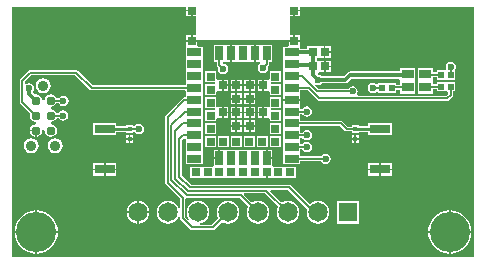
<source format=gtl>
G04*
G04 #@! TF.GenerationSoftware,Altium Limited,Altium Designer,21.6.4 (81)*
G04*
G04 Layer_Physical_Order=1*
G04 Layer_Color=255*
%FSLAX44Y44*%
%MOMM*%
G71*
G04*
G04 #@! TF.SameCoordinates,2C076353-3E30-4277-8679-B38F3AF88BA9*
G04*
G04*
G04 #@! TF.FilePolarity,Positive*
G04*
G01*
G75*
%ADD10C,0.2540*%
%ADD15R,0.7800X0.7400*%
%ADD16R,0.3500X0.3600*%
%ADD17R,0.5200X0.5500*%
%ADD18R,1.7000X0.8000*%
%ADD20R,0.7000X0.7000*%
%ADD21R,1.1500X0.7000*%
%ADD22R,0.7000X1.1500*%
%ADD23R,0.7000X0.7000*%
%ADD24R,1.0000X0.8000*%
%ADD39C,0.7900*%
%ADD40C,0.1520*%
%ADD41C,0.3500*%
%ADD42C,3.4000*%
%ADD43C,1.6500*%
%ADD44R,1.6500X1.6500*%
%ADD45C,0.9000*%
%ADD46C,0.6000*%
G36*
X395922Y4078D02*
X4078Y4078D01*
Y215922D01*
X151730D01*
Y213262D01*
X156500D01*
Y212500D01*
X157262D01*
Y207730D01*
X160000D01*
Y191770D01*
X157262D01*
Y187762D01*
X161270D01*
Y188000D01*
X238730D01*
Y187762D01*
X242738D01*
Y191770D01*
X240000D01*
Y207730D01*
X242738D01*
Y212500D01*
X243500D01*
Y213262D01*
X248270D01*
Y215922D01*
X395922D01*
Y4078D01*
D02*
G37*
%LPC*%
G36*
X248270Y211738D02*
X244262D01*
Y207730D01*
X248270D01*
Y211738D01*
D02*
G37*
G36*
X155738Y211738D02*
X151730D01*
Y207730D01*
X155738D01*
Y211738D01*
D02*
G37*
G36*
X248270Y191770D02*
X244262D01*
Y187762D01*
X248270D01*
Y191770D01*
D02*
G37*
G36*
X155738D02*
X151730D01*
Y187762D01*
X155738D01*
Y191770D01*
D02*
G37*
G36*
X215230Y183270D02*
X213960Y183270D01*
X210762D01*
Y176250D01*
Y169230D01*
X214395Y169230D01*
X214538Y169016D01*
X214188Y167257D01*
X213922Y167078D01*
X212978Y165666D01*
X212646Y164000D01*
X212978Y162334D01*
X213922Y160921D01*
X215334Y159978D01*
X217000Y159646D01*
X218666Y159978D01*
X220079Y160921D01*
X221022Y162334D01*
X221354Y164000D01*
X221117Y165190D01*
X221464Y165536D01*
X221912Y166208D01*
X222070Y167000D01*
Y169230D01*
X224770D01*
Y183270D01*
X215230Y183270D01*
D02*
G37*
G36*
X205230D02*
X203960Y183270D01*
X196040D01*
X195230Y183270D01*
X193960Y183270D01*
X190762D01*
Y176250D01*
Y169230D01*
X193960D01*
X194770Y169230D01*
X196040Y169230D01*
X203960D01*
X204770Y169230D01*
X206040Y169230D01*
X209238D01*
Y176250D01*
Y183270D01*
X206040D01*
X205230Y183270D01*
D02*
G37*
G36*
X274236Y182156D02*
X269828D01*
Y177948D01*
X274236D01*
Y182156D01*
D02*
G37*
G36*
Y176424D02*
X269828D01*
Y172216D01*
X274236D01*
Y176424D01*
D02*
G37*
G36*
X185230Y183270D02*
X183960Y183270D01*
X175230D01*
Y169230D01*
X177930D01*
Y166000D01*
X178088Y165208D01*
X178536Y164536D01*
X178883Y164190D01*
X178646Y163000D01*
X178978Y161334D01*
X179921Y159922D01*
X181334Y158978D01*
X183000Y158646D01*
X184666Y158978D01*
X186078Y159922D01*
X187022Y161334D01*
X187354Y163000D01*
X187022Y164666D01*
X186078Y166078D01*
X184666Y167022D01*
X183000Y167354D01*
X182789Y167527D01*
X182770Y169032D01*
X182968Y169230D01*
X184770Y169230D01*
X186040Y169230D01*
X189238D01*
Y176250D01*
Y183270D01*
X186040D01*
X185230Y183270D01*
D02*
G37*
G36*
X274336Y170156D02*
X269928D01*
Y165948D01*
X274336D01*
Y170156D01*
D02*
G37*
G36*
X248270Y186238D02*
X243500D01*
X238730D01*
X238730Y182230D01*
X237651Y181770D01*
X234230D01*
Y172230D01*
X234230D01*
Y171770D01*
X234230D01*
Y163040D01*
X234230Y162230D01*
X234230Y160960D01*
Y152230D01*
X234230D01*
Y151770D01*
X234230D01*
Y143040D01*
X234230Y142230D01*
X234230Y140960D01*
Y137762D01*
X241250D01*
X248270D01*
Y140960D01*
X248270Y141770D01*
X248270Y143040D01*
Y144930D01*
X254844D01*
X263117Y136656D01*
X263789Y136208D01*
X264581Y136050D01*
X373120D01*
X373912Y136208D01*
X374584Y136656D01*
X377464Y139537D01*
X377912Y140208D01*
X378070Y141000D01*
Y143980D01*
X379870D01*
Y152020D01*
X373140D01*
X372130Y152020D01*
X370860Y152020D01*
X364130D01*
Y150070D01*
X361668D01*
X360770Y150968D01*
X360770Y152770D01*
X360770Y154040D01*
Y155930D01*
X364130D01*
Y153980D01*
X370860D01*
X371870Y153980D01*
X373140Y153980D01*
X379870D01*
Y162020D01*
X379870D01*
X379548Y162623D01*
X380022Y163334D01*
X380354Y165000D01*
X380022Y166666D01*
X379078Y168078D01*
X377666Y169022D01*
X376000Y169354D01*
X374334Y169022D01*
X372921Y168078D01*
X371978Y166666D01*
X371646Y165000D01*
X371978Y163334D01*
X372060Y163211D01*
X371328Y162020D01*
X370860Y162020D01*
X364130D01*
Y160070D01*
X360770D01*
Y163770D01*
X348230D01*
Y154040D01*
X348230Y153230D01*
X348230Y151960D01*
Y142230D01*
X360770D01*
Y145930D01*
X364130D01*
Y143980D01*
X370860D01*
X371870Y143980D01*
X373032Y143980D01*
X373898Y143114D01*
Y141825D01*
X372263Y140190D01*
X297007D01*
X296350Y141460D01*
X296934Y142334D01*
X297265Y144000D01*
X296934Y145666D01*
X295990Y147079D01*
X294578Y148022D01*
X292911Y148354D01*
X291245Y148022D01*
X289833Y147079D01*
X289159Y146070D01*
X263857D01*
X260681Y149247D01*
X261490Y150233D01*
X261986Y149902D01*
X263652Y149570D01*
X265318Y149902D01*
X266730Y150845D01*
X286766D01*
X287944Y151079D01*
X288943Y151747D01*
X292117Y154921D01*
X332332D01*
X333230Y154023D01*
Y153230D01*
X333230Y151960D01*
Y149570D01*
X329870D01*
Y151020D01*
X323140D01*
X322130Y151020D01*
X320860Y151020D01*
X314130D01*
Y150787D01*
X313663Y150473D01*
X312860Y150225D01*
X311666Y151022D01*
X310000Y151354D01*
X308334Y151022D01*
X306922Y150078D01*
X305978Y148666D01*
X305646Y147000D01*
X305978Y145334D01*
X306922Y143921D01*
X308334Y142978D01*
X310000Y142646D01*
X311666Y142978D01*
X312860Y143776D01*
X313663Y143527D01*
X314130Y143213D01*
Y142980D01*
X320860D01*
X321870Y142980D01*
X323140Y142980D01*
X329870D01*
Y145430D01*
X333230D01*
Y142230D01*
X345770D01*
Y151960D01*
X345770Y152770D01*
X345770Y154040D01*
Y163770D01*
X333230D01*
Y161079D01*
X290842D01*
X290842Y161079D01*
X289664Y160845D01*
X288665Y160177D01*
X288665Y160177D01*
X285491Y157003D01*
X266730D01*
X265318Y157946D01*
X263922Y158224D01*
X263422Y158983D01*
X264015Y160216D01*
X268404D01*
Y165186D01*
Y170156D01*
X262395D01*
Y172216D01*
X268304D01*
Y177186D01*
Y182156D01*
X254096D01*
Y180172D01*
X249168D01*
X248270Y181070D01*
Y181770D01*
X248270Y183040D01*
Y186238D01*
D02*
G37*
G36*
X274336Y164424D02*
X269928D01*
Y160216D01*
X274336D01*
Y164424D01*
D02*
G37*
G36*
X210520Y154020D02*
X206512D01*
Y150012D01*
X210520D01*
Y154020D01*
D02*
G37*
G36*
X199020D02*
X195012D01*
Y150012D01*
X199020D01*
Y154020D01*
D02*
G37*
G36*
X183512D02*
Y150012D01*
X187520D01*
Y154020D01*
X183512D01*
D02*
G37*
G36*
X204988D02*
X200980D01*
Y150012D01*
X204988D01*
Y154020D01*
D02*
G37*
G36*
X216488D02*
X212480D01*
Y150012D01*
X216488D01*
Y154020D01*
D02*
G37*
G36*
X193488D02*
X189480D01*
Y150012D01*
X193488D01*
Y154020D01*
D02*
G37*
G36*
X161270Y186238D02*
X156500D01*
X151730D01*
Y183040D01*
X151730Y181770D01*
X151730Y180960D01*
Y173040D01*
X151730Y172230D01*
X151730Y170960D01*
Y163040D01*
X151730Y162230D01*
X151730Y160960D01*
Y153040D01*
X151730Y152230D01*
X151730Y150960D01*
Y149070D01*
X72857D01*
X60464Y161464D01*
X59792Y161912D01*
X59000Y162070D01*
X20000D01*
X19208Y161912D01*
X18536Y161464D01*
X11537Y154464D01*
X11088Y153792D01*
X10930Y153000D01*
Y135250D01*
X11088Y134458D01*
X11537Y133786D01*
X19725Y125598D01*
X19328Y123600D01*
X19733Y121563D01*
X20887Y119837D01*
X22613Y118683D01*
X24650Y118278D01*
X24808Y118148D01*
Y116352D01*
X24650Y116222D01*
X22613Y115817D01*
X20887Y114663D01*
X19733Y112937D01*
X19479Y111662D01*
X24650D01*
Y110900D01*
X25412D01*
Y105729D01*
X26687Y105983D01*
X28413Y107137D01*
X29567Y108863D01*
X29972Y110900D01*
X30085Y111037D01*
X31915D01*
X32028Y110900D01*
X32433Y108863D01*
X33587Y107137D01*
X35313Y105983D01*
X37350Y105578D01*
X39387Y105983D01*
X41113Y107137D01*
X42267Y108863D01*
X42672Y110900D01*
X42267Y112937D01*
X41113Y114663D01*
X39387Y115817D01*
X37508Y116191D01*
Y118309D01*
X39387Y118683D01*
X41113Y119837D01*
X42245Y121530D01*
X43948D01*
X44622Y120521D01*
X46034Y119578D01*
X47700Y119246D01*
X49366Y119578D01*
X50778Y120521D01*
X51722Y121934D01*
X52054Y123600D01*
X51722Y125266D01*
X50778Y126678D01*
X49366Y127622D01*
X47700Y127954D01*
X46034Y127622D01*
X44622Y126678D01*
X43948Y125670D01*
X42245D01*
X41113Y127363D01*
X39387Y128517D01*
X37508Y128891D01*
Y131009D01*
X39387Y131383D01*
X41113Y132537D01*
X42045Y133930D01*
X44247D01*
X44921Y132921D01*
X46334Y131978D01*
X48000Y131646D01*
X49666Y131978D01*
X51079Y132921D01*
X52022Y134334D01*
X52354Y136000D01*
X52022Y137666D01*
X51079Y139079D01*
X49666Y140022D01*
X48000Y140354D01*
X46334Y140022D01*
X44921Y139079D01*
X44247Y138070D01*
X42320D01*
X42267Y138337D01*
X41113Y140063D01*
X39387Y141217D01*
X37350Y141622D01*
X35313Y141217D01*
X33587Y140063D01*
X32433Y138337D01*
X32075Y136537D01*
X29925D01*
X29567Y138337D01*
X28413Y140063D01*
X26687Y141217D01*
X24650Y141622D01*
X23843Y141462D01*
X21875Y143429D01*
Y143481D01*
X22818Y144892D01*
X23150Y146558D01*
X22818Y148224D01*
X21874Y149636D01*
X20462Y150580D01*
X18796Y150912D01*
X17130Y150580D01*
X16340Y150052D01*
X15070Y150731D01*
Y152143D01*
X20857Y157930D01*
X58143D01*
X70536Y145536D01*
X71208Y145088D01*
X72000Y144930D01*
X150832D01*
X151730Y144032D01*
X151730Y142230D01*
X151730Y140960D01*
Y139070D01*
X150462D01*
X149670Y138912D01*
X148998Y138463D01*
X134681Y124145D01*
X134232Y123474D01*
X134074Y122682D01*
Y66802D01*
X134232Y66010D01*
X134681Y65339D01*
X146742Y53277D01*
Y45168D01*
X145472Y44916D01*
X144816Y46501D01*
X143290Y48490D01*
X141301Y50016D01*
X138985Y50975D01*
X136500Y51302D01*
X134015Y50975D01*
X131699Y50016D01*
X129710Y48490D01*
X128184Y46501D01*
X127225Y44185D01*
X126898Y41700D01*
X127225Y39215D01*
X128184Y36899D01*
X129710Y34910D01*
X131699Y33384D01*
X134015Y32425D01*
X136500Y32098D01*
X138985Y32425D01*
X141301Y33384D01*
X143290Y34910D01*
X144816Y36899D01*
X145472Y38484D01*
X146742Y38231D01*
Y36693D01*
X146900Y35901D01*
X147348Y35230D01*
X155042Y27536D01*
X155714Y27088D01*
X156506Y26930D01*
X174600D01*
X175392Y27088D01*
X176063Y27536D01*
X182167Y33639D01*
X182499Y33384D01*
X184815Y32425D01*
X187300Y32098D01*
X189785Y32425D01*
X192101Y33384D01*
X194090Y34910D01*
X195616Y36899D01*
X196575Y39215D01*
X196902Y41700D01*
X196575Y44185D01*
X195616Y46501D01*
X194090Y48490D01*
X192101Y50016D01*
X189785Y50975D01*
X187300Y51302D01*
X184815Y50975D01*
X182499Y50016D01*
X180510Y48490D01*
X178984Y46501D01*
X178025Y44185D01*
X177698Y41700D01*
X178025Y39215D01*
X178984Y36899D01*
X179239Y36567D01*
X173743Y31070D01*
X163821D01*
X163738Y32340D01*
X164385Y32425D01*
X166701Y33384D01*
X168690Y34910D01*
X170216Y36899D01*
X171175Y39215D01*
X171502Y41700D01*
X171175Y44185D01*
X170216Y46501D01*
X168690Y48490D01*
X166701Y50016D01*
X164385Y50975D01*
X161900Y51302D01*
X159415Y50975D01*
X157099Y50016D01*
X155110Y48490D01*
X153584Y46501D01*
X152625Y44185D01*
X152298Y41700D01*
X152625Y39215D01*
X153584Y36899D01*
X154424Y35805D01*
X153467Y34966D01*
X150882Y37551D01*
Y53012D01*
X150946Y53126D01*
X152152Y53956D01*
X152280Y53930D01*
X197543D01*
X204639Y46834D01*
X204384Y46501D01*
X203425Y44185D01*
X203098Y41700D01*
X203425Y39215D01*
X204384Y36899D01*
X205910Y34910D01*
X207899Y33384D01*
X210215Y32425D01*
X212700Y32098D01*
X215185Y32425D01*
X217501Y33384D01*
X219490Y34910D01*
X221016Y36899D01*
X221975Y39215D01*
X222302Y41700D01*
X221975Y44185D01*
X221016Y46501D01*
X219490Y48490D01*
X217501Y50016D01*
X215185Y50975D01*
X212700Y51302D01*
X210215Y50975D01*
X207899Y50016D01*
X207567Y49761D01*
X200707Y56620D01*
X201233Y57890D01*
X218983D01*
X230039Y46834D01*
X229784Y46501D01*
X228825Y44185D01*
X228498Y41700D01*
X228825Y39215D01*
X229784Y36899D01*
X231310Y34910D01*
X233299Y33384D01*
X235615Y32425D01*
X238100Y32098D01*
X240585Y32425D01*
X242901Y33384D01*
X244890Y34910D01*
X246416Y36899D01*
X247375Y39215D01*
X247702Y41700D01*
X247375Y44185D01*
X246416Y46501D01*
X244890Y48490D01*
X242901Y50016D01*
X240585Y50975D01*
X238100Y51302D01*
X235615Y50975D01*
X233299Y50016D01*
X232966Y49761D01*
X222970Y59757D01*
X223456Y60930D01*
X238143D01*
X254419Y44654D01*
X254225Y44185D01*
X253898Y41700D01*
X254225Y39215D01*
X255184Y36899D01*
X256710Y34910D01*
X258699Y33384D01*
X261015Y32425D01*
X263500Y32098D01*
X265985Y32425D01*
X268301Y33384D01*
X270290Y34910D01*
X271816Y36899D01*
X272775Y39215D01*
X273102Y41700D01*
X272775Y44185D01*
X271816Y46501D01*
X270290Y48490D01*
X268301Y50016D01*
X265985Y50975D01*
X263500Y51302D01*
X261015Y50975D01*
X258699Y50016D01*
X256710Y48490D01*
X256454Y48473D01*
X240464Y64464D01*
X239792Y64912D01*
X239000Y65070D01*
X155857D01*
X148070Y72857D01*
Y103143D01*
X149648Y104721D01*
X151041D01*
X151730Y104032D01*
X151730Y102230D01*
X151730Y100960D01*
Y93040D01*
X151730Y92230D01*
X151730Y90960D01*
Y82230D01*
X165770D01*
Y90960D01*
X165770Y91770D01*
X165770Y93040D01*
Y100960D01*
X165770Y101770D01*
X165770Y103040D01*
Y111770D01*
X165770D01*
Y112230D01*
X165770D01*
Y121770D01*
X165770D01*
Y122230D01*
X165770D01*
Y131770D01*
X165770D01*
Y132230D01*
X165770D01*
Y140960D01*
X165770Y141770D01*
X165770Y143040D01*
Y150960D01*
X165770Y151770D01*
X165770Y153040D01*
Y160960D01*
X165770Y161770D01*
X165770Y163040D01*
Y170960D01*
X165770Y171770D01*
X165770Y173040D01*
Y181770D01*
X162349D01*
X161270Y182230D01*
X161270Y183040D01*
Y186238D01*
D02*
G37*
G36*
X210520Y148488D02*
X206512D01*
Y144480D01*
X210520D01*
Y148488D01*
D02*
G37*
G36*
X204988D02*
X200980D01*
Y144480D01*
X204988D01*
Y148488D01*
D02*
G37*
G36*
X199020D02*
X195012D01*
Y144480D01*
X199020D01*
Y148488D01*
D02*
G37*
G36*
X193488D02*
X189480D01*
Y144480D01*
X193488D01*
Y148488D01*
D02*
G37*
G36*
X187520D02*
X183512D01*
Y144480D01*
X187520D01*
Y148488D01*
D02*
G37*
G36*
X216488D02*
X212480D01*
Y144480D01*
X216488D01*
Y148488D01*
D02*
G37*
G36*
X31000Y155367D02*
X28563Y154883D01*
X26498Y153502D01*
X25117Y151437D01*
X24633Y149000D01*
X25117Y146563D01*
X26498Y144498D01*
X28563Y143117D01*
X31000Y142633D01*
X33437Y143117D01*
X35502Y144498D01*
X36883Y146563D01*
X37367Y149000D01*
X36883Y151437D01*
X35502Y153502D01*
X33437Y154883D01*
X31000Y155367D01*
D02*
G37*
G36*
X232270Y161270D02*
X222730D01*
Y154996D01*
X222020Y154020D01*
X221460Y154020D01*
X218012D01*
Y149250D01*
X217250D01*
D01*
X218012D01*
Y144480D01*
X221460D01*
X222020Y144480D01*
X222730Y143504D01*
Y140730D01*
X232270D01*
Y150270D01*
X223788D01*
X223365Y151000D01*
X223788Y151730D01*
X232270D01*
Y161270D01*
D02*
G37*
G36*
X177270D02*
X167730D01*
Y151730D01*
X176212D01*
X176635Y151000D01*
X176212Y150270D01*
X167730D01*
Y140730D01*
X177270D01*
Y143504D01*
X177980Y144480D01*
X178540Y144480D01*
X181988D01*
Y149250D01*
Y154020D01*
X178540D01*
X177980Y154020D01*
X177270Y154996D01*
Y161270D01*
D02*
G37*
G36*
X210520Y142520D02*
X206512D01*
Y138512D01*
X210520D01*
Y142520D01*
D02*
G37*
G36*
X199020D02*
X195012D01*
Y138512D01*
X199020D01*
Y142520D01*
D02*
G37*
G36*
X204988D02*
X200980D01*
Y138512D01*
X204988D01*
Y142520D01*
D02*
G37*
G36*
X193488D02*
X189480D01*
Y138512D01*
X193488D01*
Y142520D01*
D02*
G37*
G36*
X210520Y136988D02*
X206512D01*
Y132980D01*
X210520D01*
Y136988D01*
D02*
G37*
G36*
X204988D02*
X200980D01*
Y132980D01*
X204988D01*
Y136988D01*
D02*
G37*
G36*
X199020D02*
X195012D01*
Y132980D01*
X199020D01*
Y136988D01*
D02*
G37*
G36*
X193488D02*
X189480D01*
Y132980D01*
X193488D01*
Y136988D01*
D02*
G37*
G36*
X210520Y131020D02*
X206512D01*
Y127012D01*
X210520D01*
Y131020D01*
D02*
G37*
G36*
X199020D02*
X195012D01*
Y127012D01*
X199020D01*
Y131020D01*
D02*
G37*
G36*
X183512D02*
Y127012D01*
X187520D01*
Y131020D01*
X183512D01*
D02*
G37*
G36*
X204988D02*
X200980D01*
Y127012D01*
X204988D01*
Y131020D01*
D02*
G37*
G36*
X216488D02*
X212480D01*
Y127012D01*
X216488D01*
Y131020D01*
D02*
G37*
G36*
X193488D02*
X189480D01*
Y127012D01*
X193488D01*
Y131020D01*
D02*
G37*
G36*
X248270Y136238D02*
X241250D01*
X234230D01*
Y133040D01*
X234230Y132230D01*
X234230Y130960D01*
Y123040D01*
X234230Y122230D01*
X234230Y120960D01*
Y113040D01*
X234230Y112230D01*
X234230Y110960D01*
Y103040D01*
X234230Y102230D01*
X234230Y100960D01*
Y93040D01*
X234230Y92230D01*
X234230Y90960D01*
Y82230D01*
X248270D01*
Y84930D01*
X266248D01*
X266922Y83921D01*
X268334Y82978D01*
X270000Y82646D01*
X271666Y82978D01*
X273078Y83921D01*
X274022Y85334D01*
X274354Y87000D01*
X274022Y88666D01*
X273078Y90078D01*
X271666Y91022D01*
X270000Y91354D01*
X268334Y91022D01*
X266922Y90078D01*
X266248Y89070D01*
X249168D01*
X248270Y89968D01*
X248270Y91770D01*
X248270Y93040D01*
Y94930D01*
X250247D01*
X250921Y93921D01*
X252334Y92978D01*
X254000Y92646D01*
X255666Y92978D01*
X257078Y93921D01*
X258022Y95334D01*
X258354Y97000D01*
X258022Y98666D01*
X257078Y100078D01*
X255666Y101022D01*
X254000Y101354D01*
X252334Y101022D01*
X250921Y100078D01*
X250365Y99246D01*
X249071Y99167D01*
X248270Y99968D01*
X248270Y101770D01*
X248270Y103040D01*
Y104930D01*
X250247D01*
X250921Y103921D01*
X252334Y102978D01*
X254000Y102646D01*
X255666Y102978D01*
X257078Y103921D01*
X258022Y105334D01*
X258354Y107000D01*
X258022Y108666D01*
X257078Y110078D01*
X255666Y111022D01*
X254000Y111354D01*
X252334Y111022D01*
X250921Y110078D01*
X250365Y109246D01*
X249071Y109167D01*
X248270Y109968D01*
X248270Y111770D01*
X248270Y113040D01*
Y114930D01*
X282143D01*
X286336Y110737D01*
X287008Y110288D01*
X287800Y110130D01*
X291980D01*
Y109130D01*
X298020D01*
Y109610D01*
X306230D01*
Y106730D01*
X325770D01*
Y117270D01*
X306230D01*
Y114790D01*
X298020D01*
Y115270D01*
X291980D01*
Y114270D01*
X288657D01*
X284464Y118463D01*
X283792Y118912D01*
X283000Y119070D01*
X249168D01*
X248270Y119968D01*
X248270Y121770D01*
X248270Y123040D01*
Y124930D01*
X250247D01*
X250921Y123921D01*
X252334Y122978D01*
X254000Y122646D01*
X255666Y122978D01*
X257078Y123921D01*
X258022Y125334D01*
X258354Y127000D01*
X258022Y128666D01*
X257078Y130078D01*
X255666Y131022D01*
X254000Y131354D01*
X252334Y131022D01*
X250921Y130078D01*
X250365Y129246D01*
X249071Y129167D01*
X248270Y129968D01*
X248270Y131770D01*
X248270Y133040D01*
Y136238D01*
D02*
G37*
G36*
X210520Y125488D02*
X206512D01*
Y121480D01*
X210520D01*
Y125488D01*
D02*
G37*
G36*
X204988D02*
X200980D01*
Y121480D01*
X204988D01*
Y125488D01*
D02*
G37*
G36*
X199020D02*
X195012D01*
Y121480D01*
X199020D01*
Y125488D01*
D02*
G37*
G36*
X193488D02*
X189480D01*
Y121480D01*
X193488D01*
Y125488D01*
D02*
G37*
G36*
X187520D02*
X183512D01*
Y121480D01*
X187520D01*
Y125488D01*
D02*
G37*
G36*
X216488D02*
X212480D01*
Y121480D01*
X216488D01*
Y125488D01*
D02*
G37*
G36*
X232270Y139270D02*
X222730D01*
Y131996D01*
X222020Y131020D01*
X221460Y131020D01*
X218012D01*
Y126250D01*
Y121480D01*
X221460D01*
X222020Y121480D01*
X222730Y120504D01*
Y118730D01*
X232270D01*
Y128270D01*
X223788D01*
X223365Y129000D01*
X223788Y129730D01*
X232270D01*
Y139270D01*
D02*
G37*
G36*
X177270D02*
X167730D01*
Y129730D01*
X176212D01*
X176635Y129000D01*
X176212Y128270D01*
X167730D01*
Y118730D01*
X177270D01*
Y120504D01*
X177980Y121480D01*
X178540Y121480D01*
X181988D01*
Y126250D01*
Y131020D01*
X178540D01*
X177980Y131020D01*
X177270Y131996D01*
Y139270D01*
D02*
G37*
G36*
X210520Y119520D02*
X206512D01*
Y115512D01*
X210520D01*
Y119520D01*
D02*
G37*
G36*
X199020D02*
X195012D01*
Y115512D01*
X199020D01*
Y119520D01*
D02*
G37*
G36*
X204988D02*
X200980D01*
Y115512D01*
X204988D01*
Y119520D01*
D02*
G37*
G36*
X193488D02*
X189480D01*
Y115512D01*
X193488D01*
Y119520D01*
D02*
G37*
G36*
X210520Y113988D02*
X206512D01*
Y109980D01*
X210520D01*
Y113988D01*
D02*
G37*
G36*
X204988D02*
X200980D01*
Y109980D01*
X204988D01*
Y113988D01*
D02*
G37*
G36*
X199020D02*
X195012D01*
Y109980D01*
X199020D01*
Y113988D01*
D02*
G37*
G36*
X193488D02*
X189480D01*
Y109980D01*
X193488D01*
Y113988D01*
D02*
G37*
G36*
X92770Y117270D02*
X73230D01*
Y106730D01*
X92770D01*
Y109610D01*
X100980D01*
Y109130D01*
X107020D01*
Y109390D01*
X108290Y109776D01*
X108681Y109190D01*
X110094Y108246D01*
X111760Y107914D01*
X113426Y108246D01*
X114838Y109190D01*
X115782Y110602D01*
X116114Y112268D01*
X115782Y113934D01*
X114838Y115346D01*
X113426Y116290D01*
X111760Y116622D01*
X110094Y116290D01*
X108681Y115346D01*
X108290Y114760D01*
X107020Y115146D01*
Y115270D01*
X100980D01*
Y114790D01*
X92770D01*
Y117270D01*
D02*
G37*
G36*
X232270D02*
X222730D01*
Y107730D01*
X232270D01*
Y117270D01*
D02*
G37*
G36*
X177270D02*
X167730D01*
Y107730D01*
X177270D01*
Y117270D01*
D02*
G37*
G36*
X23888Y110138D02*
X19479D01*
X19733Y108863D01*
X20887Y107137D01*
X22613Y105983D01*
X23888Y105729D01*
Y110138D01*
D02*
G37*
G36*
X107020Y106870D02*
X104762D01*
Y104562D01*
X107020D01*
Y106870D01*
D02*
G37*
G36*
X103238D02*
X100980D01*
Y104562D01*
X103238D01*
Y106870D01*
D02*
G37*
G36*
X298020Y106870D02*
X295762D01*
Y104562D01*
X298020D01*
Y106870D01*
D02*
G37*
G36*
X294238D02*
X291980D01*
Y104562D01*
X294238D01*
Y106870D01*
D02*
G37*
G36*
X298020Y103038D02*
X295762D01*
Y100730D01*
X298020D01*
Y103038D01*
D02*
G37*
G36*
X294238D02*
X291980D01*
Y100730D01*
X294238D01*
Y103038D01*
D02*
G37*
G36*
X107020Y103038D02*
X104762D01*
Y100730D01*
X107020D01*
Y103038D01*
D02*
G37*
G36*
X103238D02*
X100980D01*
Y100730D01*
X103238D01*
Y103038D01*
D02*
G37*
G36*
X232270Y106270D02*
X222730D01*
Y96730D01*
X232270D01*
Y106270D01*
D02*
G37*
G36*
X221270D02*
X211730D01*
Y96730D01*
X221270D01*
Y106270D01*
D02*
G37*
G36*
X210270D02*
X200730D01*
Y96730D01*
X210270D01*
Y106270D01*
D02*
G37*
G36*
X199270D02*
X189730D01*
Y96730D01*
X199270D01*
Y106270D01*
D02*
G37*
G36*
X188270D02*
X178730D01*
Y96730D01*
X188270D01*
Y106270D01*
D02*
G37*
G36*
X177270D02*
X167730D01*
Y96730D01*
X177270D01*
Y106270D01*
D02*
G37*
G36*
X215230Y94770D02*
X213960Y94770D01*
X206040D01*
X205230Y94770D01*
X203960Y94770D01*
X196040D01*
X195230Y94770D01*
X193960Y94770D01*
X186040D01*
X185230Y94770D01*
X183960Y94770D01*
X180762D01*
Y87750D01*
X180000D01*
Y86988D01*
X175230D01*
Y81349D01*
X174907Y80592D01*
X174151Y80270D01*
X173960D01*
X166040D01*
X165230Y80270D01*
X163960Y80270D01*
X155230D01*
Y70730D01*
X163960D01*
X164770Y70730D01*
X166040Y70730D01*
X173960D01*
X174770Y70730D01*
X176040Y70730D01*
X183960D01*
X184770Y70730D01*
X186040Y70730D01*
X193960D01*
X194770Y70730D01*
X196040Y70730D01*
X203960D01*
X204770Y70730D01*
X206040Y70730D01*
X213960D01*
X214770Y70730D01*
X216040Y70730D01*
X219238D01*
Y75500D01*
X220762D01*
Y70730D01*
X223960D01*
X224770Y70730D01*
X226040Y70730D01*
X233960D01*
X234770Y70730D01*
X236040Y70730D01*
X244770D01*
Y80270D01*
X236040D01*
X235230Y80270D01*
X233960Y80270D01*
X225849D01*
X225093Y80592D01*
X224770Y81349D01*
Y81540D01*
Y86988D01*
X220000D01*
Y87750D01*
X219238D01*
Y94770D01*
X215230D01*
D02*
G37*
G36*
X41160Y104567D02*
X38723Y104083D01*
X36658Y102702D01*
X35277Y100637D01*
X34793Y98200D01*
X35277Y95763D01*
X36658Y93698D01*
X38723Y92317D01*
X41160Y91833D01*
X43597Y92317D01*
X45662Y93698D01*
X47043Y95763D01*
X47527Y98200D01*
X47043Y100637D01*
X45662Y102702D01*
X43597Y104083D01*
X41160Y104567D01*
D02*
G37*
G36*
X20840D02*
X18403Y104083D01*
X16338Y102702D01*
X14957Y100637D01*
X14473Y98200D01*
X14957Y95763D01*
X16338Y93698D01*
X18403Y92317D01*
X20840Y91833D01*
X23277Y92317D01*
X25342Y93698D01*
X26723Y95763D01*
X27207Y98200D01*
X26723Y100637D01*
X25342Y102702D01*
X23277Y104083D01*
X20840Y104567D01*
D02*
G37*
G36*
X179238Y94770D02*
X175230D01*
Y88512D01*
X179238D01*
Y94770D01*
D02*
G37*
G36*
X220762D02*
Y88512D01*
X224770D01*
Y94770D01*
X220762D01*
D02*
G37*
G36*
X92770Y83270D02*
X83762D01*
Y78762D01*
X92770D01*
Y83270D01*
D02*
G37*
G36*
X82238D02*
X73230D01*
Y78762D01*
X82238D01*
Y83270D01*
D02*
G37*
G36*
X325770Y83270D02*
X316762D01*
Y78762D01*
X325770D01*
Y83270D01*
D02*
G37*
G36*
X315238D02*
X306230D01*
Y78762D01*
X315238D01*
Y83270D01*
D02*
G37*
G36*
X92770Y77238D02*
X83762D01*
Y72730D01*
X92770D01*
Y77238D01*
D02*
G37*
G36*
X82238D02*
X73230D01*
Y72730D01*
X82238D01*
Y77238D01*
D02*
G37*
G36*
X325770Y77238D02*
X316762D01*
Y72730D01*
X325770D01*
Y77238D01*
D02*
G37*
G36*
X315238D02*
X306230D01*
Y72730D01*
X315238D01*
Y77238D01*
D02*
G37*
G36*
X111862Y51202D02*
Y42462D01*
X120602D01*
X120375Y44185D01*
X119416Y46501D01*
X117890Y48490D01*
X115901Y50016D01*
X113585Y50975D01*
X111862Y51202D01*
D02*
G37*
G36*
X110338D02*
X108615Y50975D01*
X106299Y50016D01*
X104310Y48490D01*
X102784Y46501D01*
X101825Y44185D01*
X101598Y42462D01*
X110338D01*
Y51202D01*
D02*
G37*
G36*
X120602Y40938D02*
X111862D01*
Y32198D01*
X113585Y32425D01*
X115901Y33384D01*
X117890Y34910D01*
X119416Y36899D01*
X120375Y39215D01*
X120602Y40938D01*
D02*
G37*
G36*
X110338D02*
X101598D01*
X101825Y39215D01*
X102784Y36899D01*
X104310Y34910D01*
X106299Y33384D01*
X108615Y32425D01*
X110338Y32198D01*
Y40938D01*
D02*
G37*
G36*
X298420Y51220D02*
X279380D01*
Y32180D01*
X298420D01*
Y51220D01*
D02*
G37*
G36*
X375762Y43283D02*
Y25762D01*
X393283D01*
X393006Y28582D01*
X391961Y32025D01*
X390264Y35199D01*
X387981Y37981D01*
X385199Y40264D01*
X382025Y41961D01*
X378582Y43006D01*
X375762Y43283D01*
D02*
G37*
G36*
X374238D02*
X371418Y43006D01*
X367975Y41961D01*
X364801Y40264D01*
X362019Y37981D01*
X359736Y35199D01*
X358039Y32025D01*
X356994Y28582D01*
X356717Y25762D01*
X374238D01*
Y43283D01*
D02*
G37*
G36*
X25762D02*
Y25762D01*
X43283D01*
X43006Y28582D01*
X41961Y32025D01*
X40264Y35199D01*
X37981Y37981D01*
X35199Y40264D01*
X32025Y41961D01*
X28582Y43006D01*
X25762Y43283D01*
D02*
G37*
G36*
X24238D02*
X21418Y43006D01*
X17975Y41961D01*
X14801Y40264D01*
X12019Y37981D01*
X9736Y35199D01*
X8039Y32025D01*
X6994Y28582D01*
X6717Y25762D01*
X24238D01*
Y43283D01*
D02*
G37*
G36*
X393283Y24238D02*
X375762D01*
Y6717D01*
X378582Y6994D01*
X382025Y8039D01*
X385199Y9736D01*
X387981Y12019D01*
X390264Y14801D01*
X391961Y17975D01*
X393006Y21418D01*
X393283Y24238D01*
D02*
G37*
G36*
X374238D02*
X356717D01*
X356994Y21418D01*
X358039Y17975D01*
X359736Y14801D01*
X362019Y12019D01*
X364801Y9736D01*
X367975Y8039D01*
X371418Y6994D01*
X374238Y6717D01*
Y24238D01*
D02*
G37*
G36*
X43283D02*
X25762D01*
Y6717D01*
X28582Y6994D01*
X32025Y8039D01*
X35199Y9736D01*
X37981Y12019D01*
X40264Y14801D01*
X41961Y17975D01*
X43006Y21418D01*
X43283Y24238D01*
D02*
G37*
G36*
X24238D02*
X6717D01*
X6994Y21418D01*
X8039Y17975D01*
X9736Y14801D01*
X12019Y12019D01*
X14801Y9736D01*
X17975Y8039D01*
X21418Y6994D01*
X24238Y6717D01*
Y24238D01*
D02*
G37*
%LPD*%
D10*
X315800Y112200D02*
X316000Y112000D01*
X295000Y112200D02*
X315800D01*
X83000Y112000D02*
X83200Y112200D01*
X104000D01*
D15*
X269166Y165186D02*
D03*
X259366D02*
D03*
X269066Y177186D02*
D03*
X259266D02*
D03*
D16*
X104000Y112200D02*
D03*
Y103800D02*
D03*
X295000Y103800D02*
D03*
Y112200D02*
D03*
D17*
X376000Y158000D02*
D03*
X368000D02*
D03*
X368000Y148000D02*
D03*
X376000D02*
D03*
X326000Y147000D02*
D03*
X318000D02*
D03*
D18*
X83000Y78000D02*
D03*
Y112000D02*
D03*
X316000Y112000D02*
D03*
Y78000D02*
D03*
D20*
X156500Y187000D02*
D03*
Y212500D02*
D03*
X243500D02*
D03*
Y187000D02*
D03*
X227500Y101500D02*
D03*
Y112500D02*
D03*
Y123500D02*
D03*
Y134500D02*
D03*
Y145500D02*
D03*
X172500D02*
D03*
Y134500D02*
D03*
Y123500D02*
D03*
Y112500D02*
D03*
Y101500D02*
D03*
X183500D02*
D03*
X194500D02*
D03*
X205500D02*
D03*
X216500D02*
D03*
X160000Y75500D02*
D03*
X170000D02*
D03*
X180000D02*
D03*
X190000D02*
D03*
X200000D02*
D03*
X210000D02*
D03*
X220000D02*
D03*
X230000D02*
D03*
X240000D02*
D03*
X227500Y156500D02*
D03*
X172500D02*
D03*
D21*
X241250Y87000D02*
D03*
Y97000D02*
D03*
Y107000D02*
D03*
Y117000D02*
D03*
Y127000D02*
D03*
Y137000D02*
D03*
Y147000D02*
D03*
Y157000D02*
D03*
Y167000D02*
D03*
Y177000D02*
D03*
X158750D02*
D03*
Y167000D02*
D03*
Y157000D02*
D03*
Y147000D02*
D03*
Y137000D02*
D03*
Y127000D02*
D03*
Y117000D02*
D03*
Y107000D02*
D03*
Y97000D02*
D03*
Y87000D02*
D03*
D22*
X180000Y176250D02*
D03*
X190000D02*
D03*
X200000D02*
D03*
X210000D02*
D03*
X220000D02*
D03*
Y87750D02*
D03*
X210000D02*
D03*
X200000D02*
D03*
X190000D02*
D03*
X180000D02*
D03*
D23*
X217250Y149250D02*
D03*
X205750D02*
D03*
X194250D02*
D03*
X182750D02*
D03*
Y126250D02*
D03*
X194250Y137750D02*
D03*
X205750D02*
D03*
Y114750D02*
D03*
X217250Y126250D02*
D03*
X205750D02*
D03*
X194250D02*
D03*
Y114750D02*
D03*
D24*
X339500Y158500D02*
D03*
X354500D02*
D03*
Y147500D02*
D03*
X339500D02*
D03*
D39*
X37350Y110900D02*
D03*
X24650D02*
D03*
X37350Y123600D02*
D03*
X24650D02*
D03*
X37350Y136300D02*
D03*
X24650D02*
D03*
D40*
X156506Y29000D02*
X174600D01*
X187300Y41700D01*
X148812Y36693D02*
X156506Y29000D01*
X152280Y56000D02*
X198400D01*
X212700Y41700D01*
X241250Y97000D02*
X254000D01*
X310000Y147000D02*
X318000D01*
X376000Y158000D02*
X376000Y158000D01*
Y165000D01*
X355000Y148000D02*
X368000D01*
X354500Y147500D02*
X355000Y148000D01*
Y158000D02*
X368000D01*
X354500Y158500D02*
X355000Y158000D01*
X326000Y147000D02*
X326500Y147500D01*
X339500D01*
X264581Y138120D02*
X373120D01*
X376000Y141000D02*
Y148000D01*
X373120Y138120D02*
X376000Y141000D01*
X250000Y157000D02*
X263000Y144000D01*
X292911D01*
X13000Y153000D02*
X20000Y160000D01*
X59000D02*
X72000Y147000D01*
X20000Y160000D02*
X59000D01*
X104068Y112268D02*
X111760D01*
X104000Y112200D02*
X104068Y112268D01*
X241250Y107000D02*
X254000D01*
X241000D02*
X241250D01*
Y97000D02*
X241250Y97000D01*
X148812Y36693D02*
Y54134D01*
X136144Y66802D02*
Y122682D01*
Y66802D02*
X148812Y54134D01*
X136144Y122682D02*
X150462Y137000D01*
X158750D01*
X139446Y68834D02*
X152280Y56000D01*
X139446Y115446D02*
X151000Y127000D01*
X139446Y68834D02*
Y115446D01*
X142748Y70252D02*
X153040Y59960D01*
X142748Y110748D02*
X149000Y117000D01*
X142748Y70252D02*
Y110748D01*
X146000Y72000D02*
Y104000D01*
Y72000D02*
X155000Y63000D01*
X146000Y104000D02*
X149000Y107000D01*
X158750D01*
X149000Y117000D02*
X158750D01*
X151000Y127000D02*
X158750D01*
X219840Y59960D02*
X238100Y41700D01*
X153040Y59960D02*
X219840D01*
X155000Y63000D02*
X239000D01*
X260300Y41700D01*
X263500D01*
X241250Y87000D02*
X270000D01*
X241250Y127000D02*
X254000D01*
X241250Y127000D02*
X241250Y127000D01*
X287800Y112200D02*
X295000D01*
X283000Y117000D02*
X287800Y112200D01*
X241250Y117000D02*
X283000D01*
X37350Y123600D02*
X47700D01*
X37350Y136300D02*
X37650Y136000D01*
X48000D01*
X220000Y167000D02*
Y176250D01*
X217000Y164000D02*
X220000Y167000D01*
X180000Y166000D02*
Y176250D01*
Y166000D02*
X183000Y163000D01*
X13000Y135250D02*
X24650Y123600D01*
X13000Y135250D02*
Y153000D01*
X72000Y147000D02*
X158750D01*
X255701D02*
X264581Y138120D01*
X241250Y147000D02*
X255701D01*
X241250Y157000D02*
X250000D01*
D41*
X339000Y158000D02*
X339500Y158500D01*
X290842Y158000D02*
X339000D01*
X286766Y153924D02*
X290842Y158000D01*
X263652Y153924D02*
X286766D01*
X259366Y158210D02*
Y165186D01*
Y158210D02*
X263652Y153924D01*
X18796Y142154D02*
X24650Y136300D01*
X18796Y142154D02*
Y146558D01*
X258459Y166093D02*
X259316Y165236D01*
X259366Y165186D01*
X259316Y165236D02*
Y177136D01*
X259266Y177186D02*
X259316Y177136D01*
X242157Y166093D02*
X258459D01*
X241250Y167000D02*
X242157Y166093D01*
X241250Y177000D02*
X241343Y177093D01*
X259173D01*
X259266Y177186D01*
D42*
X375000Y25000D02*
D03*
X25000D02*
D03*
D43*
X111100Y41700D02*
D03*
X136500D02*
D03*
X238100D02*
D03*
X263500D02*
D03*
X212700D02*
D03*
X187300D02*
D03*
X161900D02*
D03*
D44*
X288900D02*
D03*
D45*
X20840Y98200D02*
D03*
X41160D02*
D03*
X31000Y149000D02*
D03*
D46*
X392000Y47000D02*
D03*
Y62000D02*
D03*
Y77000D02*
D03*
Y92000D02*
D03*
Y107000D02*
D03*
Y122000D02*
D03*
Y137000D02*
D03*
Y152000D02*
D03*
Y167000D02*
D03*
Y182000D02*
D03*
Y197000D02*
D03*
Y212000D02*
D03*
X271000Y109000D02*
D03*
X143000Y170000D02*
D03*
X128000D02*
D03*
X113000Y169000D02*
D03*
X98000D02*
D03*
X83000D02*
D03*
X207000Y165000D02*
D03*
X192000D02*
D03*
X229000Y88000D02*
D03*
X171000D02*
D03*
X216000Y115000D02*
D03*
X183000Y114000D02*
D03*
Y138000D02*
D03*
X288000Y127000D02*
D03*
X274000D02*
D03*
X353000Y8000D02*
D03*
Y20000D02*
D03*
X308000D02*
D03*
X293000D02*
D03*
X278000D02*
D03*
X308000Y8000D02*
D03*
X293000D02*
D03*
X278000D02*
D03*
X263000D02*
D03*
X248000D02*
D03*
X233000D02*
D03*
X218000D02*
D03*
X203000D02*
D03*
X98000Y20000D02*
D03*
X83000D02*
D03*
X68000D02*
D03*
X53000D02*
D03*
X188000Y8000D02*
D03*
X173000D02*
D03*
X158000D02*
D03*
X143000D02*
D03*
X128000D02*
D03*
X113000D02*
D03*
X98000D02*
D03*
X83000D02*
D03*
X68000D02*
D03*
X53000D02*
D03*
X383000Y212000D02*
D03*
Y197000D02*
D03*
Y182000D02*
D03*
Y152000D02*
D03*
Y137000D02*
D03*
Y122000D02*
D03*
Y107000D02*
D03*
Y92000D02*
D03*
Y77000D02*
D03*
Y62000D02*
D03*
Y47000D02*
D03*
X368000Y212000D02*
D03*
Y197000D02*
D03*
Y182000D02*
D03*
Y122000D02*
D03*
Y107000D02*
D03*
Y92000D02*
D03*
Y77000D02*
D03*
Y62000D02*
D03*
Y47000D02*
D03*
X353000Y212000D02*
D03*
Y197000D02*
D03*
Y182000D02*
D03*
Y122000D02*
D03*
Y107000D02*
D03*
Y92000D02*
D03*
Y77000D02*
D03*
Y62000D02*
D03*
Y47000D02*
D03*
Y32000D02*
D03*
X338000Y212000D02*
D03*
Y197000D02*
D03*
Y182000D02*
D03*
Y167000D02*
D03*
Y122000D02*
D03*
Y107000D02*
D03*
Y92000D02*
D03*
Y77000D02*
D03*
Y62000D02*
D03*
Y47000D02*
D03*
Y32000D02*
D03*
X323000Y212000D02*
D03*
Y197000D02*
D03*
Y182000D02*
D03*
Y167000D02*
D03*
Y122000D02*
D03*
Y92000D02*
D03*
Y62000D02*
D03*
Y47000D02*
D03*
Y32000D02*
D03*
X308000Y212000D02*
D03*
Y197000D02*
D03*
Y182000D02*
D03*
Y167000D02*
D03*
Y122000D02*
D03*
Y92000D02*
D03*
Y62000D02*
D03*
Y47000D02*
D03*
Y32000D02*
D03*
X293000Y212000D02*
D03*
Y197000D02*
D03*
Y182000D02*
D03*
Y167000D02*
D03*
Y92000D02*
D03*
Y77000D02*
D03*
Y62000D02*
D03*
X278000Y212000D02*
D03*
Y197000D02*
D03*
Y182000D02*
D03*
Y167000D02*
D03*
Y92000D02*
D03*
Y77000D02*
D03*
Y62000D02*
D03*
X263000Y212000D02*
D03*
Y197000D02*
D03*
X248000D02*
D03*
Y32000D02*
D03*
X218000Y137000D02*
D03*
X143000Y212000D02*
D03*
Y197000D02*
D03*
Y182000D02*
D03*
Y137000D02*
D03*
X128000Y212000D02*
D03*
Y197000D02*
D03*
Y182000D02*
D03*
Y137000D02*
D03*
Y122000D02*
D03*
Y107000D02*
D03*
Y92000D02*
D03*
Y62000D02*
D03*
Y32000D02*
D03*
X113000Y212000D02*
D03*
Y197000D02*
D03*
Y182000D02*
D03*
Y137000D02*
D03*
Y122000D02*
D03*
Y77000D02*
D03*
Y62000D02*
D03*
X98000Y212000D02*
D03*
Y197000D02*
D03*
Y182000D02*
D03*
Y137000D02*
D03*
Y122000D02*
D03*
Y92000D02*
D03*
Y77000D02*
D03*
Y62000D02*
D03*
Y47000D02*
D03*
X83000Y212000D02*
D03*
Y197000D02*
D03*
Y182000D02*
D03*
Y137000D02*
D03*
Y122000D02*
D03*
Y92000D02*
D03*
Y32000D02*
D03*
X68000Y212000D02*
D03*
Y197000D02*
D03*
Y182000D02*
D03*
Y167000D02*
D03*
Y122000D02*
D03*
Y107000D02*
D03*
Y77000D02*
D03*
Y62000D02*
D03*
Y47000D02*
D03*
Y32000D02*
D03*
X53000Y212000D02*
D03*
Y197000D02*
D03*
Y182000D02*
D03*
Y167000D02*
D03*
Y152000D02*
D03*
Y92000D02*
D03*
Y77000D02*
D03*
Y62000D02*
D03*
Y47000D02*
D03*
Y32000D02*
D03*
X38000Y212000D02*
D03*
Y197000D02*
D03*
Y182000D02*
D03*
Y167000D02*
D03*
Y77000D02*
D03*
Y62000D02*
D03*
Y47000D02*
D03*
X23000Y212000D02*
D03*
Y197000D02*
D03*
Y182000D02*
D03*
Y167000D02*
D03*
Y77000D02*
D03*
Y62000D02*
D03*
Y47000D02*
D03*
X8000Y212000D02*
D03*
Y197000D02*
D03*
Y182000D02*
D03*
Y167000D02*
D03*
Y122000D02*
D03*
Y107000D02*
D03*
Y92000D02*
D03*
Y77000D02*
D03*
Y62000D02*
D03*
Y47000D02*
D03*
X254000Y97000D02*
D03*
X47700Y123600D02*
D03*
X270000Y87000D02*
D03*
X310000Y147000D02*
D03*
X376000Y165000D02*
D03*
X292911Y144000D02*
D03*
X263652Y153924D02*
D03*
X18796Y146558D02*
D03*
X111760Y112268D02*
D03*
X254000Y107000D02*
D03*
Y127000D02*
D03*
X48000Y136000D02*
D03*
X183000Y163000D02*
D03*
X217000Y164000D02*
D03*
M02*

</source>
